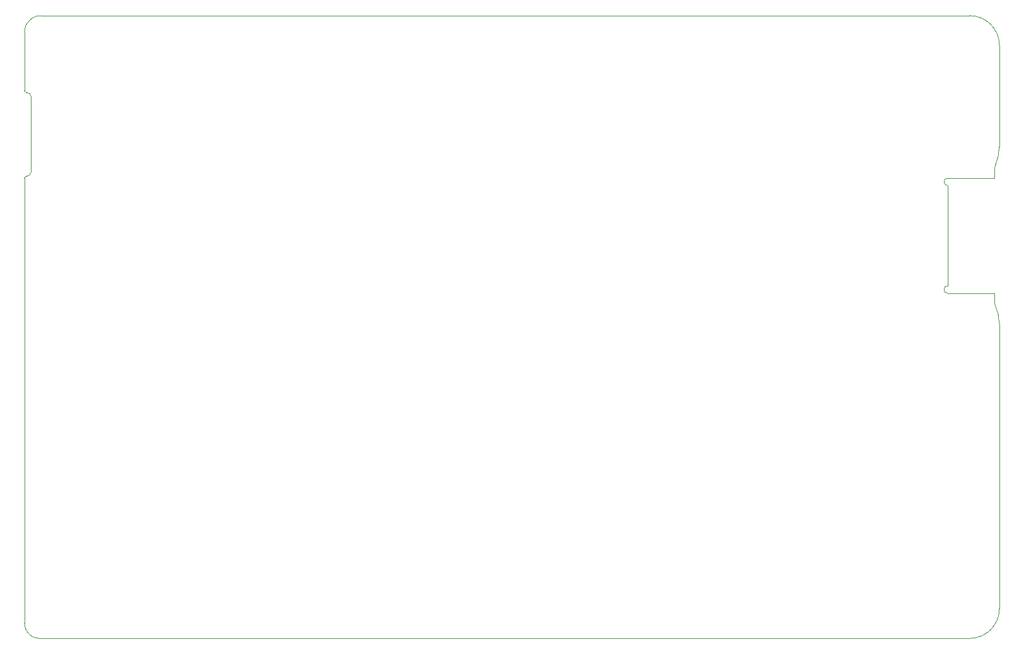
<source format=gbr>
%TF.GenerationSoftware,KiCad,Pcbnew,8.0.7*%
%TF.CreationDate,2024-12-27T07:43:55-08:00*%
%TF.ProjectId,expansionboardB,65787061-6e73-4696-9f6e-626f61726442,3*%
%TF.SameCoordinates,Original*%
%TF.FileFunction,Profile,NP*%
%FSLAX46Y46*%
G04 Gerber Fmt 4.6, Leading zero omitted, Abs format (unit mm)*
G04 Created by KiCad (PCBNEW 8.0.7) date 2024-12-27 07:43:55*
%MOMM*%
%LPD*%
G01*
G04 APERTURE LIST*
%TA.AperFunction,Profile*%
%ADD10C,0.010000*%
%TD*%
G04 APERTURE END LIST*
D10*
X22381526Y-123474098D02*
G75*
G02*
X22098005Y-122447590I1716474J1026498D01*
G01*
X152912360Y-80949034D02*
G75*
G02*
X153095994Y-82147115I-3817060J-1198166D01*
G01*
X22098000Y-62557000D02*
G75*
G02*
X22298000Y-62357000I200000J0D01*
G01*
X24134295Y-124508275D02*
X149096000Y-124508000D01*
X22951823Y-41216031D02*
G75*
G02*
X24247010Y-40740009I1295177J-1523969D01*
G01*
X22381526Y-123474098D02*
X22417818Y-123534783D01*
X149096000Y-40738400D02*
G75*
G02*
X153096000Y-44738427I0J-4000000D01*
G01*
X22298000Y-51054000D02*
X22387000Y-51054000D01*
X22298000Y-51054000D02*
G75*
G02*
X22098000Y-50854000I0J200000D01*
G01*
X153096000Y-120508000D02*
X153096000Y-82147115D01*
X24247010Y-40739982D02*
X149096000Y-40738400D01*
X22987000Y-61757000D02*
G75*
G02*
X22387000Y-62357000I-600000J0D01*
G01*
X22987000Y-51654000D02*
X22987000Y-61757000D01*
X24134295Y-124508275D02*
G75*
G02*
X22417793Y-123534798I5J2000075D01*
G01*
X22387000Y-51054000D02*
G75*
G02*
X22987000Y-51654000I0J-600000D01*
G01*
X153096000Y-58367925D02*
G75*
G02*
X152942163Y-59466534I-3999900J25D01*
G01*
X153096000Y-120508000D02*
G75*
G02*
X149096000Y-124508000I-4000000J0D01*
G01*
X22099793Y-42864675D02*
X22098000Y-50854000D01*
X153096000Y-58367925D02*
X153096000Y-44738427D01*
X152452000Y-61182600D02*
X152942173Y-59466537D01*
X22298000Y-62357000D02*
X22387000Y-62357000D01*
X22098000Y-62557000D02*
X22098000Y-122447590D01*
X22804579Y-41341174D02*
X22951823Y-41216031D01*
X152912360Y-80949034D02*
X152452000Y-79482600D01*
X22099793Y-42864675D02*
G75*
G02*
X22804589Y-41341186I1999907J-425D01*
G01*
%TO.C,J3*%
X146150000Y-62590000D02*
X152450000Y-62590000D01*
X146150000Y-77090000D02*
X146150000Y-63590000D01*
X152450000Y-62590000D02*
X152450000Y-61190000D01*
X152450000Y-78090000D02*
X146150000Y-78090000D01*
X152450000Y-78090000D02*
X152450000Y-79490000D01*
X146150000Y-63590000D02*
G75*
G02*
X146150000Y-62590000I0J500000D01*
G01*
X146150000Y-78090000D02*
G75*
G02*
X146150000Y-77090000I0J500000D01*
G01*
%TD*%
M02*

</source>
